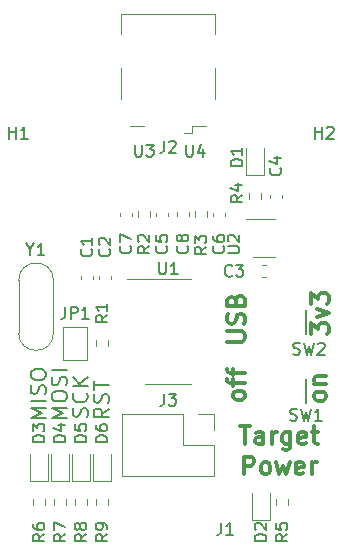
<source format=gbr>
%TF.GenerationSoftware,KiCad,Pcbnew,(5.1.10)-1*%
%TF.CreationDate,2021-09-08T15:10:06+01:00*%
%TF.ProjectId,Tiny-Pogo-AVR,54696e79-2d50-46f6-976f-2d4156522e6b,rev?*%
%TF.SameCoordinates,Original*%
%TF.FileFunction,Legend,Top*%
%TF.FilePolarity,Positive*%
%FSLAX46Y46*%
G04 Gerber Fmt 4.6, Leading zero omitted, Abs format (unit mm)*
G04 Created by KiCad (PCBNEW (5.1.10)-1) date 2021-09-08 15:10:06*
%MOMM*%
%LPD*%
G01*
G04 APERTURE LIST*
%ADD10C,0.200000*%
%ADD11C,0.300000*%
%ADD12C,0.120000*%
%ADD13C,0.150000*%
G04 APERTURE END LIST*
D10*
X133430095Y-90881904D02*
X132811047Y-91315238D01*
X133430095Y-91624761D02*
X132130095Y-91624761D01*
X132130095Y-91129523D01*
X132192000Y-91005714D01*
X132253904Y-90943809D01*
X132377714Y-90881904D01*
X132563428Y-90881904D01*
X132687238Y-90943809D01*
X132749142Y-91005714D01*
X132811047Y-91129523D01*
X132811047Y-91624761D01*
X133368190Y-90386666D02*
X133430095Y-90200952D01*
X133430095Y-89891428D01*
X133368190Y-89767619D01*
X133306285Y-89705714D01*
X133182476Y-89643809D01*
X133058666Y-89643809D01*
X132934857Y-89705714D01*
X132872952Y-89767619D01*
X132811047Y-89891428D01*
X132749142Y-90139047D01*
X132687238Y-90262857D01*
X132625333Y-90324761D01*
X132501523Y-90386666D01*
X132377714Y-90386666D01*
X132253904Y-90324761D01*
X132192000Y-90262857D01*
X132130095Y-90139047D01*
X132130095Y-89829523D01*
X132192000Y-89643809D01*
X132130095Y-89272380D02*
X132130095Y-88529523D01*
X133430095Y-88900952D02*
X132130095Y-88900952D01*
X131590190Y-91587428D02*
X131652095Y-91401714D01*
X131652095Y-91092190D01*
X131590190Y-90968380D01*
X131528285Y-90906476D01*
X131404476Y-90844571D01*
X131280666Y-90844571D01*
X131156857Y-90906476D01*
X131094952Y-90968380D01*
X131033047Y-91092190D01*
X130971142Y-91339809D01*
X130909238Y-91463619D01*
X130847333Y-91525523D01*
X130723523Y-91587428D01*
X130599714Y-91587428D01*
X130475904Y-91525523D01*
X130414000Y-91463619D01*
X130352095Y-91339809D01*
X130352095Y-91030285D01*
X130414000Y-90844571D01*
X131528285Y-89544571D02*
X131590190Y-89606476D01*
X131652095Y-89792190D01*
X131652095Y-89916000D01*
X131590190Y-90101714D01*
X131466380Y-90225523D01*
X131342571Y-90287428D01*
X131094952Y-90349333D01*
X130909238Y-90349333D01*
X130661619Y-90287428D01*
X130537809Y-90225523D01*
X130414000Y-90101714D01*
X130352095Y-89916000D01*
X130352095Y-89792190D01*
X130414000Y-89606476D01*
X130475904Y-89544571D01*
X131652095Y-88987428D02*
X130352095Y-88987428D01*
X131652095Y-88244571D02*
X130909238Y-88801714D01*
X130352095Y-88244571D02*
X131094952Y-88987428D01*
X129874095Y-91704857D02*
X128574095Y-91704857D01*
X129502666Y-91271523D01*
X128574095Y-90838190D01*
X129874095Y-90838190D01*
X128574095Y-89971523D02*
X128574095Y-89723904D01*
X128636000Y-89600095D01*
X128759809Y-89476285D01*
X129007428Y-89414380D01*
X129440761Y-89414380D01*
X129688380Y-89476285D01*
X129812190Y-89600095D01*
X129874095Y-89723904D01*
X129874095Y-89971523D01*
X129812190Y-90095333D01*
X129688380Y-90219142D01*
X129440761Y-90281047D01*
X129007428Y-90281047D01*
X128759809Y-90219142D01*
X128636000Y-90095333D01*
X128574095Y-89971523D01*
X129812190Y-88919142D02*
X129874095Y-88733428D01*
X129874095Y-88423904D01*
X129812190Y-88300095D01*
X129750285Y-88238190D01*
X129626476Y-88176285D01*
X129502666Y-88176285D01*
X129378857Y-88238190D01*
X129316952Y-88300095D01*
X129255047Y-88423904D01*
X129193142Y-88671523D01*
X129131238Y-88795333D01*
X129069333Y-88857238D01*
X128945523Y-88919142D01*
X128821714Y-88919142D01*
X128697904Y-88857238D01*
X128636000Y-88795333D01*
X128574095Y-88671523D01*
X128574095Y-88362000D01*
X128636000Y-88176285D01*
X129874095Y-87619142D02*
X128574095Y-87619142D01*
X128096095Y-91704857D02*
X126796095Y-91704857D01*
X127724666Y-91271523D01*
X126796095Y-90838190D01*
X128096095Y-90838190D01*
X128096095Y-90219142D02*
X126796095Y-90219142D01*
X128034190Y-89662000D02*
X128096095Y-89476285D01*
X128096095Y-89166761D01*
X128034190Y-89042952D01*
X127972285Y-88981047D01*
X127848476Y-88919142D01*
X127724666Y-88919142D01*
X127600857Y-88981047D01*
X127538952Y-89042952D01*
X127477047Y-89166761D01*
X127415142Y-89414380D01*
X127353238Y-89538190D01*
X127291333Y-89600095D01*
X127167523Y-89662000D01*
X127043714Y-89662000D01*
X126919904Y-89600095D01*
X126858000Y-89538190D01*
X126796095Y-89414380D01*
X126796095Y-89104857D01*
X126858000Y-88919142D01*
X126796095Y-88114380D02*
X126796095Y-87866761D01*
X126858000Y-87742952D01*
X126981809Y-87619142D01*
X127229428Y-87557238D01*
X127662761Y-87557238D01*
X127910380Y-87619142D01*
X128034190Y-87742952D01*
X128096095Y-87866761D01*
X128096095Y-88114380D01*
X128034190Y-88238190D01*
X127910380Y-88362000D01*
X127662761Y-88423904D01*
X127229428Y-88423904D01*
X126981809Y-88362000D01*
X126858000Y-88238190D01*
X126796095Y-88114380D01*
D11*
X151808571Y-89939714D02*
X151737142Y-90082571D01*
X151665714Y-90154000D01*
X151522857Y-90225428D01*
X151094285Y-90225428D01*
X150951428Y-90154000D01*
X150880000Y-90082571D01*
X150808571Y-89939714D01*
X150808571Y-89725428D01*
X150880000Y-89582571D01*
X150951428Y-89511142D01*
X151094285Y-89439714D01*
X151522857Y-89439714D01*
X151665714Y-89511142D01*
X151737142Y-89582571D01*
X151808571Y-89725428D01*
X151808571Y-89939714D01*
X150808571Y-88796857D02*
X151808571Y-88796857D01*
X150951428Y-88796857D02*
X150880000Y-88725428D01*
X150808571Y-88582571D01*
X150808571Y-88368285D01*
X150880000Y-88225428D01*
X151022857Y-88154000D01*
X151808571Y-88154000D01*
X144950571Y-89864285D02*
X144879142Y-90007142D01*
X144807714Y-90078571D01*
X144664857Y-90150000D01*
X144236285Y-90150000D01*
X144093428Y-90078571D01*
X144022000Y-90007142D01*
X143950571Y-89864285D01*
X143950571Y-89650000D01*
X144022000Y-89507142D01*
X144093428Y-89435714D01*
X144236285Y-89364285D01*
X144664857Y-89364285D01*
X144807714Y-89435714D01*
X144879142Y-89507142D01*
X144950571Y-89650000D01*
X144950571Y-89864285D01*
X143950571Y-88935714D02*
X143950571Y-88364285D01*
X144950571Y-88721428D02*
X143664857Y-88721428D01*
X143522000Y-88650000D01*
X143450571Y-88507142D01*
X143450571Y-88364285D01*
X143950571Y-88078571D02*
X143950571Y-87507142D01*
X144950571Y-87864285D02*
X143664857Y-87864285D01*
X143522000Y-87792857D01*
X143450571Y-87650000D01*
X143450571Y-87507142D01*
X143450571Y-85204857D02*
X144664857Y-85204857D01*
X144807714Y-85133428D01*
X144879142Y-85062000D01*
X144950571Y-84919142D01*
X144950571Y-84633428D01*
X144879142Y-84490571D01*
X144807714Y-84419142D01*
X144664857Y-84347714D01*
X143450571Y-84347714D01*
X144879142Y-83704857D02*
X144950571Y-83490571D01*
X144950571Y-83133428D01*
X144879142Y-82990571D01*
X144807714Y-82919142D01*
X144664857Y-82847714D01*
X144522000Y-82847714D01*
X144379142Y-82919142D01*
X144307714Y-82990571D01*
X144236285Y-83133428D01*
X144164857Y-83419142D01*
X144093428Y-83562000D01*
X144022000Y-83633428D01*
X143879142Y-83704857D01*
X143736285Y-83704857D01*
X143593428Y-83633428D01*
X143522000Y-83562000D01*
X143450571Y-83419142D01*
X143450571Y-83062000D01*
X143522000Y-82847714D01*
X144164857Y-81704857D02*
X144236285Y-81490571D01*
X144307714Y-81419142D01*
X144450571Y-81347714D01*
X144664857Y-81347714D01*
X144807714Y-81419142D01*
X144879142Y-81490571D01*
X144950571Y-81633428D01*
X144950571Y-82204857D01*
X143450571Y-82204857D01*
X143450571Y-81704857D01*
X143522000Y-81562000D01*
X143593428Y-81490571D01*
X143736285Y-81419142D01*
X143879142Y-81419142D01*
X144022000Y-81490571D01*
X144093428Y-81562000D01*
X144164857Y-81704857D01*
X144164857Y-82204857D01*
X150562571Y-84589714D02*
X150562571Y-83661142D01*
X151134000Y-84161142D01*
X151134000Y-83946857D01*
X151205428Y-83804000D01*
X151276857Y-83732571D01*
X151419714Y-83661142D01*
X151776857Y-83661142D01*
X151919714Y-83732571D01*
X151991142Y-83804000D01*
X152062571Y-83946857D01*
X152062571Y-84375428D01*
X151991142Y-84518285D01*
X151919714Y-84589714D01*
X151062571Y-83161142D02*
X152062571Y-82804000D01*
X151062571Y-82446857D01*
X150562571Y-82018285D02*
X150562571Y-81089714D01*
X151134000Y-81589714D01*
X151134000Y-81375428D01*
X151205428Y-81232571D01*
X151276857Y-81161142D01*
X151419714Y-81089714D01*
X151776857Y-81089714D01*
X151919714Y-81161142D01*
X151991142Y-81232571D01*
X152062571Y-81375428D01*
X152062571Y-81804000D01*
X151991142Y-81946857D01*
X151919714Y-82018285D01*
X144506571Y-92391571D02*
X145363714Y-92391571D01*
X144935142Y-93891571D02*
X144935142Y-92391571D01*
X146506571Y-93891571D02*
X146506571Y-93105857D01*
X146435142Y-92963000D01*
X146292285Y-92891571D01*
X146006571Y-92891571D01*
X145863714Y-92963000D01*
X146506571Y-93820142D02*
X146363714Y-93891571D01*
X146006571Y-93891571D01*
X145863714Y-93820142D01*
X145792285Y-93677285D01*
X145792285Y-93534428D01*
X145863714Y-93391571D01*
X146006571Y-93320142D01*
X146363714Y-93320142D01*
X146506571Y-93248714D01*
X147220857Y-93891571D02*
X147220857Y-92891571D01*
X147220857Y-93177285D02*
X147292285Y-93034428D01*
X147363714Y-92963000D01*
X147506571Y-92891571D01*
X147649428Y-92891571D01*
X148792285Y-92891571D02*
X148792285Y-94105857D01*
X148720857Y-94248714D01*
X148649428Y-94320142D01*
X148506571Y-94391571D01*
X148292285Y-94391571D01*
X148149428Y-94320142D01*
X148792285Y-93820142D02*
X148649428Y-93891571D01*
X148363714Y-93891571D01*
X148220857Y-93820142D01*
X148149428Y-93748714D01*
X148078000Y-93605857D01*
X148078000Y-93177285D01*
X148149428Y-93034428D01*
X148220857Y-92963000D01*
X148363714Y-92891571D01*
X148649428Y-92891571D01*
X148792285Y-92963000D01*
X150078000Y-93820142D02*
X149935142Y-93891571D01*
X149649428Y-93891571D01*
X149506571Y-93820142D01*
X149435142Y-93677285D01*
X149435142Y-93105857D01*
X149506571Y-92963000D01*
X149649428Y-92891571D01*
X149935142Y-92891571D01*
X150078000Y-92963000D01*
X150149428Y-93105857D01*
X150149428Y-93248714D01*
X149435142Y-93391571D01*
X150578000Y-92891571D02*
X151149428Y-92891571D01*
X150792285Y-92391571D02*
X150792285Y-93677285D01*
X150863714Y-93820142D01*
X151006571Y-93891571D01*
X151149428Y-93891571D01*
X144863714Y-96441571D02*
X144863714Y-94941571D01*
X145435142Y-94941571D01*
X145578000Y-95013000D01*
X145649428Y-95084428D01*
X145720857Y-95227285D01*
X145720857Y-95441571D01*
X145649428Y-95584428D01*
X145578000Y-95655857D01*
X145435142Y-95727285D01*
X144863714Y-95727285D01*
X146578000Y-96441571D02*
X146435142Y-96370142D01*
X146363714Y-96298714D01*
X146292285Y-96155857D01*
X146292285Y-95727285D01*
X146363714Y-95584428D01*
X146435142Y-95513000D01*
X146578000Y-95441571D01*
X146792285Y-95441571D01*
X146935142Y-95513000D01*
X147006571Y-95584428D01*
X147078000Y-95727285D01*
X147078000Y-96155857D01*
X147006571Y-96298714D01*
X146935142Y-96370142D01*
X146792285Y-96441571D01*
X146578000Y-96441571D01*
X147578000Y-95441571D02*
X147863714Y-96441571D01*
X148149428Y-95727285D01*
X148435142Y-96441571D01*
X148720857Y-95441571D01*
X149863714Y-96370142D02*
X149720857Y-96441571D01*
X149435142Y-96441571D01*
X149292285Y-96370142D01*
X149220857Y-96227285D01*
X149220857Y-95655857D01*
X149292285Y-95513000D01*
X149435142Y-95441571D01*
X149720857Y-95441571D01*
X149863714Y-95513000D01*
X149935142Y-95655857D01*
X149935142Y-95798714D01*
X149220857Y-95941571D01*
X150578000Y-96441571D02*
X150578000Y-95441571D01*
X150578000Y-95727285D02*
X150649428Y-95584428D01*
X150720857Y-95513000D01*
X150863714Y-95441571D01*
X151006571Y-95441571D01*
D12*
%TO.C,R9*%
X133364500Y-99043258D02*
X133364500Y-98568742D01*
X132319500Y-99043258D02*
X132319500Y-98568742D01*
%TO.C,R8*%
X131586500Y-99043258D02*
X131586500Y-98568742D01*
X130541500Y-99043258D02*
X130541500Y-98568742D01*
%TO.C,R7*%
X129808500Y-99043258D02*
X129808500Y-98568742D01*
X128763500Y-99043258D02*
X128763500Y-98568742D01*
%TO.C,R6*%
X128030500Y-99043258D02*
X128030500Y-98568742D01*
X126985500Y-99043258D02*
X126985500Y-98568742D01*
%TO.C,D6*%
X133577000Y-97014500D02*
X133577000Y-94729500D01*
X132107000Y-97014500D02*
X133577000Y-97014500D01*
X132107000Y-94729500D02*
X132107000Y-97014500D01*
%TO.C,D5*%
X131799000Y-97014500D02*
X131799000Y-94729500D01*
X130329000Y-97014500D02*
X131799000Y-97014500D01*
X130329000Y-94729500D02*
X130329000Y-97014500D01*
%TO.C,D4*%
X130021000Y-97014500D02*
X130021000Y-94729500D01*
X128551000Y-97014500D02*
X130021000Y-97014500D01*
X128551000Y-94729500D02*
X128551000Y-97014500D01*
%TO.C,D3*%
X128243000Y-97014500D02*
X128243000Y-94729500D01*
X126773000Y-97014500D02*
X128243000Y-97014500D01*
X126773000Y-94729500D02*
X126773000Y-97014500D01*
%TO.C,J2*%
X142390000Y-62050000D02*
X142390000Y-64650000D01*
X134470000Y-64650000D02*
X134470000Y-62050000D01*
X141630000Y-66960000D02*
X140480000Y-66960000D01*
X140480000Y-66960000D02*
X140480000Y-67550000D01*
X140480000Y-67550000D02*
X139780000Y-67550000D01*
X136380000Y-66960000D02*
X135230000Y-66960000D01*
X142390000Y-59150000D02*
X142390000Y-57490000D01*
X142390000Y-57490000D02*
X134470000Y-57490000D01*
X134470000Y-57490000D02*
X134470000Y-59150000D01*
%TO.C,Y1*%
X128724000Y-80026000D02*
X128724000Y-84486000D01*
X125784000Y-80026000D02*
X125784000Y-84486000D01*
X125784000Y-84486000D02*
G75*
G03*
X128724000Y-84486000I1470000J0D01*
G01*
X125784000Y-80026000D02*
G75*
G02*
X128724000Y-80026000I1470000J0D01*
G01*
%TO.C,U2*%
X145658000Y-78064000D02*
X147458000Y-78064000D01*
X147458000Y-74844000D02*
X145008000Y-74844000D01*
%TO.C,U1*%
X138430000Y-88763000D02*
X140380000Y-88763000D01*
X138430000Y-88763000D02*
X136480000Y-88763000D01*
X138430000Y-79893000D02*
X140380000Y-79893000D01*
X138430000Y-79893000D02*
X134980000Y-79893000D01*
D10*
%TO.C,SW2*%
X150128000Y-82566000D02*
X150128000Y-84566000D01*
%TO.C,SW1*%
X150128000Y-88408000D02*
X150128000Y-90408000D01*
D12*
%TO.C,R5*%
X147559500Y-99043258D02*
X147559500Y-98568742D01*
X148604500Y-99043258D02*
X148604500Y-98568742D01*
%TO.C,R4*%
X146318500Y-72660742D02*
X146318500Y-73135258D01*
X145273500Y-72660742D02*
X145273500Y-73135258D01*
%TO.C,R3*%
X140701500Y-74659258D02*
X140701500Y-74184742D01*
X141746500Y-74659258D02*
X141746500Y-74184742D01*
%TO.C,R2*%
X135875500Y-74659258D02*
X135875500Y-74184742D01*
X136920500Y-74659258D02*
X136920500Y-74184742D01*
%TO.C,R1*%
X132319500Y-85581258D02*
X132319500Y-85106742D01*
X133364500Y-85581258D02*
X133364500Y-85106742D01*
%TO.C,JP1*%
X129556000Y-83944000D02*
X131556000Y-83944000D01*
X129556000Y-86744000D02*
X129556000Y-83944000D01*
X131556000Y-86744000D02*
X129556000Y-86744000D01*
X131556000Y-83944000D02*
X131556000Y-86744000D01*
%TO.C,J3*%
X134560000Y-91380000D02*
X134560000Y-96580000D01*
X139700000Y-91380000D02*
X134560000Y-91380000D01*
X142300000Y-96580000D02*
X134560000Y-96580000D01*
X139700000Y-91380000D02*
X139700000Y-93980000D01*
X139700000Y-93980000D02*
X142300000Y-93980000D01*
X142300000Y-93980000D02*
X142300000Y-96580000D01*
X140970000Y-91380000D02*
X142300000Y-91380000D01*
X142300000Y-91380000D02*
X142300000Y-92710000D01*
%TO.C,D2*%
X145569000Y-98006000D02*
X145569000Y-100291000D01*
X145569000Y-100291000D02*
X147039000Y-100291000D01*
X147039000Y-100291000D02*
X147039000Y-98006000D01*
%TO.C,D1*%
X145061000Y-68796000D02*
X145061000Y-71081000D01*
X145061000Y-71081000D02*
X146531000Y-71081000D01*
X146531000Y-71081000D02*
X146531000Y-68796000D01*
%TO.C,C8*%
X140210000Y-74268420D02*
X140210000Y-74549580D01*
X139190000Y-74268420D02*
X139190000Y-74549580D01*
%TO.C,C7*%
X135384000Y-74281420D02*
X135384000Y-74562580D01*
X134364000Y-74281420D02*
X134364000Y-74562580D01*
%TO.C,C6*%
X143258000Y-74281420D02*
X143258000Y-74562580D01*
X142238000Y-74281420D02*
X142238000Y-74562580D01*
%TO.C,C5*%
X138432000Y-74281420D02*
X138432000Y-74562580D01*
X137412000Y-74281420D02*
X137412000Y-74562580D01*
%TO.C,C4*%
X147064000Y-73038580D02*
X147064000Y-72757420D01*
X148084000Y-73038580D02*
X148084000Y-72757420D01*
%TO.C,C3*%
X146417420Y-78738000D02*
X146698580Y-78738000D01*
X146417420Y-79758000D02*
X146698580Y-79758000D01*
%TO.C,C2*%
X132586000Y-79896580D02*
X132586000Y-79615420D01*
X133606000Y-79896580D02*
X133606000Y-79615420D01*
%TO.C,C1*%
X131062000Y-79896580D02*
X131062000Y-79615420D01*
X132082000Y-79896580D02*
X132082000Y-79615420D01*
%TO.C,R9*%
D13*
X133294380Y-101512666D02*
X132818190Y-101846000D01*
X133294380Y-102084095D02*
X132294380Y-102084095D01*
X132294380Y-101703142D01*
X132342000Y-101607904D01*
X132389619Y-101560285D01*
X132484857Y-101512666D01*
X132627714Y-101512666D01*
X132722952Y-101560285D01*
X132770571Y-101607904D01*
X132818190Y-101703142D01*
X132818190Y-102084095D01*
X133294380Y-101036476D02*
X133294380Y-100846000D01*
X133246761Y-100750761D01*
X133199142Y-100703142D01*
X133056285Y-100607904D01*
X132865809Y-100560285D01*
X132484857Y-100560285D01*
X132389619Y-100607904D01*
X132342000Y-100655523D01*
X132294380Y-100750761D01*
X132294380Y-100941238D01*
X132342000Y-101036476D01*
X132389619Y-101084095D01*
X132484857Y-101131714D01*
X132722952Y-101131714D01*
X132818190Y-101084095D01*
X132865809Y-101036476D01*
X132913428Y-100941238D01*
X132913428Y-100750761D01*
X132865809Y-100655523D01*
X132818190Y-100607904D01*
X132722952Y-100560285D01*
%TO.C,R8*%
X131516380Y-101512666D02*
X131040190Y-101846000D01*
X131516380Y-102084095D02*
X130516380Y-102084095D01*
X130516380Y-101703142D01*
X130564000Y-101607904D01*
X130611619Y-101560285D01*
X130706857Y-101512666D01*
X130849714Y-101512666D01*
X130944952Y-101560285D01*
X130992571Y-101607904D01*
X131040190Y-101703142D01*
X131040190Y-102084095D01*
X130944952Y-100941238D02*
X130897333Y-101036476D01*
X130849714Y-101084095D01*
X130754476Y-101131714D01*
X130706857Y-101131714D01*
X130611619Y-101084095D01*
X130564000Y-101036476D01*
X130516380Y-100941238D01*
X130516380Y-100750761D01*
X130564000Y-100655523D01*
X130611619Y-100607904D01*
X130706857Y-100560285D01*
X130754476Y-100560285D01*
X130849714Y-100607904D01*
X130897333Y-100655523D01*
X130944952Y-100750761D01*
X130944952Y-100941238D01*
X130992571Y-101036476D01*
X131040190Y-101084095D01*
X131135428Y-101131714D01*
X131325904Y-101131714D01*
X131421142Y-101084095D01*
X131468761Y-101036476D01*
X131516380Y-100941238D01*
X131516380Y-100750761D01*
X131468761Y-100655523D01*
X131421142Y-100607904D01*
X131325904Y-100560285D01*
X131135428Y-100560285D01*
X131040190Y-100607904D01*
X130992571Y-100655523D01*
X130944952Y-100750761D01*
%TO.C,R7*%
X129738380Y-101512666D02*
X129262190Y-101846000D01*
X129738380Y-102084095D02*
X128738380Y-102084095D01*
X128738380Y-101703142D01*
X128786000Y-101607904D01*
X128833619Y-101560285D01*
X128928857Y-101512666D01*
X129071714Y-101512666D01*
X129166952Y-101560285D01*
X129214571Y-101607904D01*
X129262190Y-101703142D01*
X129262190Y-102084095D01*
X128738380Y-101179333D02*
X128738380Y-100512666D01*
X129738380Y-100941238D01*
%TO.C,R6*%
X127960380Y-101512666D02*
X127484190Y-101846000D01*
X127960380Y-102084095D02*
X126960380Y-102084095D01*
X126960380Y-101703142D01*
X127008000Y-101607904D01*
X127055619Y-101560285D01*
X127150857Y-101512666D01*
X127293714Y-101512666D01*
X127388952Y-101560285D01*
X127436571Y-101607904D01*
X127484190Y-101703142D01*
X127484190Y-102084095D01*
X126960380Y-100655523D02*
X126960380Y-100846000D01*
X127008000Y-100941238D01*
X127055619Y-100988857D01*
X127198476Y-101084095D01*
X127388952Y-101131714D01*
X127769904Y-101131714D01*
X127865142Y-101084095D01*
X127912761Y-101036476D01*
X127960380Y-100941238D01*
X127960380Y-100750761D01*
X127912761Y-100655523D01*
X127865142Y-100607904D01*
X127769904Y-100560285D01*
X127531809Y-100560285D01*
X127436571Y-100607904D01*
X127388952Y-100655523D01*
X127341333Y-100750761D01*
X127341333Y-100941238D01*
X127388952Y-101036476D01*
X127436571Y-101084095D01*
X127531809Y-101131714D01*
%TO.C,D6*%
X133294380Y-93727595D02*
X132294380Y-93727595D01*
X132294380Y-93489500D01*
X132342000Y-93346642D01*
X132437238Y-93251404D01*
X132532476Y-93203785D01*
X132722952Y-93156166D01*
X132865809Y-93156166D01*
X133056285Y-93203785D01*
X133151523Y-93251404D01*
X133246761Y-93346642D01*
X133294380Y-93489500D01*
X133294380Y-93727595D01*
X132294380Y-92299023D02*
X132294380Y-92489500D01*
X132342000Y-92584738D01*
X132389619Y-92632357D01*
X132532476Y-92727595D01*
X132722952Y-92775214D01*
X133103904Y-92775214D01*
X133199142Y-92727595D01*
X133246761Y-92679976D01*
X133294380Y-92584738D01*
X133294380Y-92394261D01*
X133246761Y-92299023D01*
X133199142Y-92251404D01*
X133103904Y-92203785D01*
X132865809Y-92203785D01*
X132770571Y-92251404D01*
X132722952Y-92299023D01*
X132675333Y-92394261D01*
X132675333Y-92584738D01*
X132722952Y-92679976D01*
X132770571Y-92727595D01*
X132865809Y-92775214D01*
%TO.C,D5*%
X131516380Y-93702095D02*
X130516380Y-93702095D01*
X130516380Y-93464000D01*
X130564000Y-93321142D01*
X130659238Y-93225904D01*
X130754476Y-93178285D01*
X130944952Y-93130666D01*
X131087809Y-93130666D01*
X131278285Y-93178285D01*
X131373523Y-93225904D01*
X131468761Y-93321142D01*
X131516380Y-93464000D01*
X131516380Y-93702095D01*
X130516380Y-92225904D02*
X130516380Y-92702095D01*
X130992571Y-92749714D01*
X130944952Y-92702095D01*
X130897333Y-92606857D01*
X130897333Y-92368761D01*
X130944952Y-92273523D01*
X130992571Y-92225904D01*
X131087809Y-92178285D01*
X131325904Y-92178285D01*
X131421142Y-92225904D01*
X131468761Y-92273523D01*
X131516380Y-92368761D01*
X131516380Y-92606857D01*
X131468761Y-92702095D01*
X131421142Y-92749714D01*
%TO.C,D4*%
X129738380Y-93702095D02*
X128738380Y-93702095D01*
X128738380Y-93464000D01*
X128786000Y-93321142D01*
X128881238Y-93225904D01*
X128976476Y-93178285D01*
X129166952Y-93130666D01*
X129309809Y-93130666D01*
X129500285Y-93178285D01*
X129595523Y-93225904D01*
X129690761Y-93321142D01*
X129738380Y-93464000D01*
X129738380Y-93702095D01*
X129071714Y-92273523D02*
X129738380Y-92273523D01*
X128690761Y-92511619D02*
X129405047Y-92749714D01*
X129405047Y-92130666D01*
%TO.C,D3*%
X127960380Y-93702095D02*
X126960380Y-93702095D01*
X126960380Y-93464000D01*
X127008000Y-93321142D01*
X127103238Y-93225904D01*
X127198476Y-93178285D01*
X127388952Y-93130666D01*
X127531809Y-93130666D01*
X127722285Y-93178285D01*
X127817523Y-93225904D01*
X127912761Y-93321142D01*
X127960380Y-93464000D01*
X127960380Y-93702095D01*
X126960380Y-92797333D02*
X126960380Y-92178285D01*
X127341333Y-92511619D01*
X127341333Y-92368761D01*
X127388952Y-92273523D01*
X127436571Y-92225904D01*
X127531809Y-92178285D01*
X127769904Y-92178285D01*
X127865142Y-92225904D01*
X127912761Y-92273523D01*
X127960380Y-92368761D01*
X127960380Y-92654476D01*
X127912761Y-92749714D01*
X127865142Y-92797333D01*
%TO.C,H2*%
X150876095Y-68016380D02*
X150876095Y-67016380D01*
X150876095Y-67492571D02*
X151447523Y-67492571D01*
X151447523Y-68016380D02*
X151447523Y-67016380D01*
X151876095Y-67111619D02*
X151923714Y-67064000D01*
X152018952Y-67016380D01*
X152257047Y-67016380D01*
X152352285Y-67064000D01*
X152399904Y-67111619D01*
X152447523Y-67206857D01*
X152447523Y-67302095D01*
X152399904Y-67444952D01*
X151828476Y-68016380D01*
X152447523Y-68016380D01*
%TO.C,H1*%
X124968095Y-68016380D02*
X124968095Y-67016380D01*
X124968095Y-67492571D02*
X125539523Y-67492571D01*
X125539523Y-68016380D02*
X125539523Y-67016380D01*
X126539523Y-68016380D02*
X125968095Y-68016380D01*
X126253809Y-68016380D02*
X126253809Y-67016380D01*
X126158571Y-67159238D01*
X126063333Y-67254476D01*
X125968095Y-67302095D01*
%TO.C,J2*%
X138096666Y-68202380D02*
X138096666Y-68916666D01*
X138049047Y-69059523D01*
X137953809Y-69154761D01*
X137810952Y-69202380D01*
X137715714Y-69202380D01*
X138525238Y-68297619D02*
X138572857Y-68250000D01*
X138668095Y-68202380D01*
X138906190Y-68202380D01*
X139001428Y-68250000D01*
X139049047Y-68297619D01*
X139096666Y-68392857D01*
X139096666Y-68488095D01*
X139049047Y-68630952D01*
X138477619Y-69202380D01*
X139096666Y-69202380D01*
%TO.C,Y1*%
X126777809Y-77406190D02*
X126777809Y-77882380D01*
X126444476Y-76882380D02*
X126777809Y-77406190D01*
X127111142Y-76882380D01*
X127968285Y-77882380D02*
X127396857Y-77882380D01*
X127682571Y-77882380D02*
X127682571Y-76882380D01*
X127587333Y-77025238D01*
X127492095Y-77120476D01*
X127396857Y-77168095D01*
%TO.C,U4*%
X139954095Y-68540380D02*
X139954095Y-69349904D01*
X140001714Y-69445142D01*
X140049333Y-69492761D01*
X140144571Y-69540380D01*
X140335047Y-69540380D01*
X140430285Y-69492761D01*
X140477904Y-69445142D01*
X140525523Y-69349904D01*
X140525523Y-68540380D01*
X141430285Y-68873714D02*
X141430285Y-69540380D01*
X141192190Y-68492761D02*
X140954095Y-69207047D01*
X141573142Y-69207047D01*
%TO.C,U3*%
X135636095Y-68540380D02*
X135636095Y-69349904D01*
X135683714Y-69445142D01*
X135731333Y-69492761D01*
X135826571Y-69540380D01*
X136017047Y-69540380D01*
X136112285Y-69492761D01*
X136159904Y-69445142D01*
X136207523Y-69349904D01*
X136207523Y-68540380D01*
X136588476Y-68540380D02*
X137207523Y-68540380D01*
X136874190Y-68921333D01*
X137017047Y-68921333D01*
X137112285Y-68968952D01*
X137159904Y-69016571D01*
X137207523Y-69111809D01*
X137207523Y-69349904D01*
X137159904Y-69445142D01*
X137112285Y-69492761D01*
X137017047Y-69540380D01*
X136731333Y-69540380D01*
X136636095Y-69492761D01*
X136588476Y-69445142D01*
%TO.C,U2*%
X143470380Y-77723904D02*
X144279904Y-77723904D01*
X144375142Y-77676285D01*
X144422761Y-77628666D01*
X144470380Y-77533428D01*
X144470380Y-77342952D01*
X144422761Y-77247714D01*
X144375142Y-77200095D01*
X144279904Y-77152476D01*
X143470380Y-77152476D01*
X143565619Y-76723904D02*
X143518000Y-76676285D01*
X143470380Y-76581047D01*
X143470380Y-76342952D01*
X143518000Y-76247714D01*
X143565619Y-76200095D01*
X143660857Y-76152476D01*
X143756095Y-76152476D01*
X143898952Y-76200095D01*
X144470380Y-76771523D01*
X144470380Y-76152476D01*
%TO.C,U1*%
X137668095Y-78500380D02*
X137668095Y-79309904D01*
X137715714Y-79405142D01*
X137763333Y-79452761D01*
X137858571Y-79500380D01*
X138049047Y-79500380D01*
X138144285Y-79452761D01*
X138191904Y-79405142D01*
X138239523Y-79309904D01*
X138239523Y-78500380D01*
X139239523Y-79500380D02*
X138668095Y-79500380D01*
X138953809Y-79500380D02*
X138953809Y-78500380D01*
X138858571Y-78643238D01*
X138763333Y-78738476D01*
X138668095Y-78786095D01*
%TO.C,SW2*%
X149034666Y-86256761D02*
X149177523Y-86304380D01*
X149415619Y-86304380D01*
X149510857Y-86256761D01*
X149558476Y-86209142D01*
X149606095Y-86113904D01*
X149606095Y-86018666D01*
X149558476Y-85923428D01*
X149510857Y-85875809D01*
X149415619Y-85828190D01*
X149225142Y-85780571D01*
X149129904Y-85732952D01*
X149082285Y-85685333D01*
X149034666Y-85590095D01*
X149034666Y-85494857D01*
X149082285Y-85399619D01*
X149129904Y-85352000D01*
X149225142Y-85304380D01*
X149463238Y-85304380D01*
X149606095Y-85352000D01*
X149939428Y-85304380D02*
X150177523Y-86304380D01*
X150368000Y-85590095D01*
X150558476Y-86304380D01*
X150796571Y-85304380D01*
X151129904Y-85399619D02*
X151177523Y-85352000D01*
X151272761Y-85304380D01*
X151510857Y-85304380D01*
X151606095Y-85352000D01*
X151653714Y-85399619D01*
X151701333Y-85494857D01*
X151701333Y-85590095D01*
X151653714Y-85732952D01*
X151082285Y-86304380D01*
X151701333Y-86304380D01*
%TO.C,SW1*%
X148780666Y-91844761D02*
X148923523Y-91892380D01*
X149161619Y-91892380D01*
X149256857Y-91844761D01*
X149304476Y-91797142D01*
X149352095Y-91701904D01*
X149352095Y-91606666D01*
X149304476Y-91511428D01*
X149256857Y-91463809D01*
X149161619Y-91416190D01*
X148971142Y-91368571D01*
X148875904Y-91320952D01*
X148828285Y-91273333D01*
X148780666Y-91178095D01*
X148780666Y-91082857D01*
X148828285Y-90987619D01*
X148875904Y-90940000D01*
X148971142Y-90892380D01*
X149209238Y-90892380D01*
X149352095Y-90940000D01*
X149685428Y-90892380D02*
X149923523Y-91892380D01*
X150114000Y-91178095D01*
X150304476Y-91892380D01*
X150542571Y-90892380D01*
X151447333Y-91892380D02*
X150875904Y-91892380D01*
X151161619Y-91892380D02*
X151161619Y-90892380D01*
X151066380Y-91035238D01*
X150971142Y-91130476D01*
X150875904Y-91178095D01*
%TO.C,R5*%
X148534380Y-101512666D02*
X148058190Y-101846000D01*
X148534380Y-102084095D02*
X147534380Y-102084095D01*
X147534380Y-101703142D01*
X147582000Y-101607904D01*
X147629619Y-101560285D01*
X147724857Y-101512666D01*
X147867714Y-101512666D01*
X147962952Y-101560285D01*
X148010571Y-101607904D01*
X148058190Y-101703142D01*
X148058190Y-102084095D01*
X147534380Y-100607904D02*
X147534380Y-101084095D01*
X148010571Y-101131714D01*
X147962952Y-101084095D01*
X147915333Y-100988857D01*
X147915333Y-100750761D01*
X147962952Y-100655523D01*
X148010571Y-100607904D01*
X148105809Y-100560285D01*
X148343904Y-100560285D01*
X148439142Y-100607904D01*
X148486761Y-100655523D01*
X148534380Y-100750761D01*
X148534380Y-100988857D01*
X148486761Y-101084095D01*
X148439142Y-101131714D01*
%TO.C,R4*%
X144724380Y-72810666D02*
X144248190Y-73144000D01*
X144724380Y-73382095D02*
X143724380Y-73382095D01*
X143724380Y-73001142D01*
X143772000Y-72905904D01*
X143819619Y-72858285D01*
X143914857Y-72810666D01*
X144057714Y-72810666D01*
X144152952Y-72858285D01*
X144200571Y-72905904D01*
X144248190Y-73001142D01*
X144248190Y-73382095D01*
X144057714Y-71953523D02*
X144724380Y-71953523D01*
X143676761Y-72191619D02*
X144391047Y-72429714D01*
X144391047Y-71810666D01*
%TO.C,R3*%
X141676380Y-77191666D02*
X141200190Y-77525000D01*
X141676380Y-77763095D02*
X140676380Y-77763095D01*
X140676380Y-77382142D01*
X140724000Y-77286904D01*
X140771619Y-77239285D01*
X140866857Y-77191666D01*
X141009714Y-77191666D01*
X141104952Y-77239285D01*
X141152571Y-77286904D01*
X141200190Y-77382142D01*
X141200190Y-77763095D01*
X140676380Y-76858333D02*
X140676380Y-76239285D01*
X141057333Y-76572619D01*
X141057333Y-76429761D01*
X141104952Y-76334523D01*
X141152571Y-76286904D01*
X141247809Y-76239285D01*
X141485904Y-76239285D01*
X141581142Y-76286904D01*
X141628761Y-76334523D01*
X141676380Y-76429761D01*
X141676380Y-76715476D01*
X141628761Y-76810714D01*
X141581142Y-76858333D01*
%TO.C,R2*%
X136850380Y-77128666D02*
X136374190Y-77462000D01*
X136850380Y-77700095D02*
X135850380Y-77700095D01*
X135850380Y-77319142D01*
X135898000Y-77223904D01*
X135945619Y-77176285D01*
X136040857Y-77128666D01*
X136183714Y-77128666D01*
X136278952Y-77176285D01*
X136326571Y-77223904D01*
X136374190Y-77319142D01*
X136374190Y-77700095D01*
X135945619Y-76747714D02*
X135898000Y-76700095D01*
X135850380Y-76604857D01*
X135850380Y-76366761D01*
X135898000Y-76271523D01*
X135945619Y-76223904D01*
X136040857Y-76176285D01*
X136136095Y-76176285D01*
X136278952Y-76223904D01*
X136850380Y-76795333D01*
X136850380Y-76176285D01*
%TO.C,R1*%
X133294380Y-82970666D02*
X132818190Y-83304000D01*
X133294380Y-83542095D02*
X132294380Y-83542095D01*
X132294380Y-83161142D01*
X132342000Y-83065904D01*
X132389619Y-83018285D01*
X132484857Y-82970666D01*
X132627714Y-82970666D01*
X132722952Y-83018285D01*
X132770571Y-83065904D01*
X132818190Y-83161142D01*
X132818190Y-83542095D01*
X133294380Y-82018285D02*
X133294380Y-82589714D01*
X133294380Y-82304000D02*
X132294380Y-82304000D01*
X132437238Y-82399238D01*
X132532476Y-82494476D01*
X132580095Y-82589714D01*
%TO.C,JP1*%
X129722666Y-82256380D02*
X129722666Y-82970666D01*
X129675047Y-83113523D01*
X129579809Y-83208761D01*
X129436952Y-83256380D01*
X129341714Y-83256380D01*
X130198857Y-83256380D02*
X130198857Y-82256380D01*
X130579809Y-82256380D01*
X130675047Y-82304000D01*
X130722666Y-82351619D01*
X130770285Y-82446857D01*
X130770285Y-82589714D01*
X130722666Y-82684952D01*
X130675047Y-82732571D01*
X130579809Y-82780190D01*
X130198857Y-82780190D01*
X131722666Y-83256380D02*
X131151238Y-83256380D01*
X131436952Y-83256380D02*
X131436952Y-82256380D01*
X131341714Y-82399238D01*
X131246476Y-82494476D01*
X131151238Y-82542095D01*
%TO.C,J3*%
X138096666Y-89622380D02*
X138096666Y-90336666D01*
X138049047Y-90479523D01*
X137953809Y-90574761D01*
X137810952Y-90622380D01*
X137715714Y-90622380D01*
X138477619Y-89622380D02*
X139096666Y-89622380D01*
X138763333Y-90003333D01*
X138906190Y-90003333D01*
X139001428Y-90050952D01*
X139049047Y-90098571D01*
X139096666Y-90193809D01*
X139096666Y-90431904D01*
X139049047Y-90527142D01*
X139001428Y-90574761D01*
X138906190Y-90622380D01*
X138620476Y-90622380D01*
X138525238Y-90574761D01*
X138477619Y-90527142D01*
%TO.C,J1*%
X142922666Y-100544380D02*
X142922666Y-101258666D01*
X142875047Y-101401523D01*
X142779809Y-101496761D01*
X142636952Y-101544380D01*
X142541714Y-101544380D01*
X143922666Y-101544380D02*
X143351238Y-101544380D01*
X143636952Y-101544380D02*
X143636952Y-100544380D01*
X143541714Y-100687238D01*
X143446476Y-100782476D01*
X143351238Y-100830095D01*
%TO.C,D2*%
X146756380Y-102084095D02*
X145756380Y-102084095D01*
X145756380Y-101846000D01*
X145804000Y-101703142D01*
X145899238Y-101607904D01*
X145994476Y-101560285D01*
X146184952Y-101512666D01*
X146327809Y-101512666D01*
X146518285Y-101560285D01*
X146613523Y-101607904D01*
X146708761Y-101703142D01*
X146756380Y-101846000D01*
X146756380Y-102084095D01*
X145851619Y-101131714D02*
X145804000Y-101084095D01*
X145756380Y-100988857D01*
X145756380Y-100750761D01*
X145804000Y-100655523D01*
X145851619Y-100607904D01*
X145946857Y-100560285D01*
X146042095Y-100560285D01*
X146184952Y-100607904D01*
X146756380Y-101179333D01*
X146756380Y-100560285D01*
%TO.C,D1*%
X144724380Y-70334095D02*
X143724380Y-70334095D01*
X143724380Y-70096000D01*
X143772000Y-69953142D01*
X143867238Y-69857904D01*
X143962476Y-69810285D01*
X144152952Y-69762666D01*
X144295809Y-69762666D01*
X144486285Y-69810285D01*
X144581523Y-69857904D01*
X144676761Y-69953142D01*
X144724380Y-70096000D01*
X144724380Y-70334095D01*
X144724380Y-68810285D02*
X144724380Y-69381714D01*
X144724380Y-69096000D02*
X143724380Y-69096000D01*
X143867238Y-69191238D01*
X143962476Y-69286476D01*
X144010095Y-69381714D01*
%TO.C,C8*%
X140057142Y-77115666D02*
X140104761Y-77163285D01*
X140152380Y-77306142D01*
X140152380Y-77401380D01*
X140104761Y-77544238D01*
X140009523Y-77639476D01*
X139914285Y-77687095D01*
X139723809Y-77734714D01*
X139580952Y-77734714D01*
X139390476Y-77687095D01*
X139295238Y-77639476D01*
X139200000Y-77544238D01*
X139152380Y-77401380D01*
X139152380Y-77306142D01*
X139200000Y-77163285D01*
X139247619Y-77115666D01*
X139580952Y-76544238D02*
X139533333Y-76639476D01*
X139485714Y-76687095D01*
X139390476Y-76734714D01*
X139342857Y-76734714D01*
X139247619Y-76687095D01*
X139200000Y-76639476D01*
X139152380Y-76544238D01*
X139152380Y-76353761D01*
X139200000Y-76258523D01*
X139247619Y-76210904D01*
X139342857Y-76163285D01*
X139390476Y-76163285D01*
X139485714Y-76210904D01*
X139533333Y-76258523D01*
X139580952Y-76353761D01*
X139580952Y-76544238D01*
X139628571Y-76639476D01*
X139676190Y-76687095D01*
X139771428Y-76734714D01*
X139961904Y-76734714D01*
X140057142Y-76687095D01*
X140104761Y-76639476D01*
X140152380Y-76544238D01*
X140152380Y-76353761D01*
X140104761Y-76258523D01*
X140057142Y-76210904D01*
X139961904Y-76163285D01*
X139771428Y-76163285D01*
X139676190Y-76210904D01*
X139628571Y-76258523D01*
X139580952Y-76353761D01*
%TO.C,C7*%
X135231142Y-77128666D02*
X135278761Y-77176285D01*
X135326380Y-77319142D01*
X135326380Y-77414380D01*
X135278761Y-77557238D01*
X135183523Y-77652476D01*
X135088285Y-77700095D01*
X134897809Y-77747714D01*
X134754952Y-77747714D01*
X134564476Y-77700095D01*
X134469238Y-77652476D01*
X134374000Y-77557238D01*
X134326380Y-77414380D01*
X134326380Y-77319142D01*
X134374000Y-77176285D01*
X134421619Y-77128666D01*
X134326380Y-76795333D02*
X134326380Y-76128666D01*
X135326380Y-76557238D01*
%TO.C,C6*%
X143105142Y-77128666D02*
X143152761Y-77176285D01*
X143200380Y-77319142D01*
X143200380Y-77414380D01*
X143152761Y-77557238D01*
X143057523Y-77652476D01*
X142962285Y-77700095D01*
X142771809Y-77747714D01*
X142628952Y-77747714D01*
X142438476Y-77700095D01*
X142343238Y-77652476D01*
X142248000Y-77557238D01*
X142200380Y-77414380D01*
X142200380Y-77319142D01*
X142248000Y-77176285D01*
X142295619Y-77128666D01*
X142200380Y-76271523D02*
X142200380Y-76462000D01*
X142248000Y-76557238D01*
X142295619Y-76604857D01*
X142438476Y-76700095D01*
X142628952Y-76747714D01*
X143009904Y-76747714D01*
X143105142Y-76700095D01*
X143152761Y-76652476D01*
X143200380Y-76557238D01*
X143200380Y-76366761D01*
X143152761Y-76271523D01*
X143105142Y-76223904D01*
X143009904Y-76176285D01*
X142771809Y-76176285D01*
X142676571Y-76223904D01*
X142628952Y-76271523D01*
X142581333Y-76366761D01*
X142581333Y-76557238D01*
X142628952Y-76652476D01*
X142676571Y-76700095D01*
X142771809Y-76747714D01*
%TO.C,C5*%
X138279142Y-77128666D02*
X138326761Y-77176285D01*
X138374380Y-77319142D01*
X138374380Y-77414380D01*
X138326761Y-77557238D01*
X138231523Y-77652476D01*
X138136285Y-77700095D01*
X137945809Y-77747714D01*
X137802952Y-77747714D01*
X137612476Y-77700095D01*
X137517238Y-77652476D01*
X137422000Y-77557238D01*
X137374380Y-77414380D01*
X137374380Y-77319142D01*
X137422000Y-77176285D01*
X137469619Y-77128666D01*
X137374380Y-76223904D02*
X137374380Y-76700095D01*
X137850571Y-76747714D01*
X137802952Y-76700095D01*
X137755333Y-76604857D01*
X137755333Y-76366761D01*
X137802952Y-76271523D01*
X137850571Y-76223904D01*
X137945809Y-76176285D01*
X138183904Y-76176285D01*
X138279142Y-76223904D01*
X138326761Y-76271523D01*
X138374380Y-76366761D01*
X138374380Y-76604857D01*
X138326761Y-76700095D01*
X138279142Y-76747714D01*
%TO.C,C4*%
X147931142Y-70524666D02*
X147978761Y-70572285D01*
X148026380Y-70715142D01*
X148026380Y-70810380D01*
X147978761Y-70953238D01*
X147883523Y-71048476D01*
X147788285Y-71096095D01*
X147597809Y-71143714D01*
X147454952Y-71143714D01*
X147264476Y-71096095D01*
X147169238Y-71048476D01*
X147074000Y-70953238D01*
X147026380Y-70810380D01*
X147026380Y-70715142D01*
X147074000Y-70572285D01*
X147121619Y-70524666D01*
X147359714Y-69667523D02*
X148026380Y-69667523D01*
X146978761Y-69905619D02*
X147693047Y-70143714D01*
X147693047Y-69524666D01*
%TO.C,C3*%
X143851333Y-79605142D02*
X143803714Y-79652761D01*
X143660857Y-79700380D01*
X143565619Y-79700380D01*
X143422761Y-79652761D01*
X143327523Y-79557523D01*
X143279904Y-79462285D01*
X143232285Y-79271809D01*
X143232285Y-79128952D01*
X143279904Y-78938476D01*
X143327523Y-78843238D01*
X143422761Y-78748000D01*
X143565619Y-78700380D01*
X143660857Y-78700380D01*
X143803714Y-78748000D01*
X143851333Y-78795619D01*
X144184666Y-78700380D02*
X144803714Y-78700380D01*
X144470380Y-79081333D01*
X144613238Y-79081333D01*
X144708476Y-79128952D01*
X144756095Y-79176571D01*
X144803714Y-79271809D01*
X144803714Y-79509904D01*
X144756095Y-79605142D01*
X144708476Y-79652761D01*
X144613238Y-79700380D01*
X144327523Y-79700380D01*
X144232285Y-79652761D01*
X144184666Y-79605142D01*
%TO.C,C2*%
X133453142Y-77382666D02*
X133500761Y-77430285D01*
X133548380Y-77573142D01*
X133548380Y-77668380D01*
X133500761Y-77811238D01*
X133405523Y-77906476D01*
X133310285Y-77954095D01*
X133119809Y-78001714D01*
X132976952Y-78001714D01*
X132786476Y-77954095D01*
X132691238Y-77906476D01*
X132596000Y-77811238D01*
X132548380Y-77668380D01*
X132548380Y-77573142D01*
X132596000Y-77430285D01*
X132643619Y-77382666D01*
X132643619Y-77001714D02*
X132596000Y-76954095D01*
X132548380Y-76858857D01*
X132548380Y-76620761D01*
X132596000Y-76525523D01*
X132643619Y-76477904D01*
X132738857Y-76430285D01*
X132834095Y-76430285D01*
X132976952Y-76477904D01*
X133548380Y-77049333D01*
X133548380Y-76430285D01*
%TO.C,C1*%
X131929142Y-77382666D02*
X131976761Y-77430285D01*
X132024380Y-77573142D01*
X132024380Y-77668380D01*
X131976761Y-77811238D01*
X131881523Y-77906476D01*
X131786285Y-77954095D01*
X131595809Y-78001714D01*
X131452952Y-78001714D01*
X131262476Y-77954095D01*
X131167238Y-77906476D01*
X131072000Y-77811238D01*
X131024380Y-77668380D01*
X131024380Y-77573142D01*
X131072000Y-77430285D01*
X131119619Y-77382666D01*
X132024380Y-76430285D02*
X132024380Y-77001714D01*
X132024380Y-76716000D02*
X131024380Y-76716000D01*
X131167238Y-76811238D01*
X131262476Y-76906476D01*
X131310095Y-77001714D01*
%TD*%
M02*

</source>
